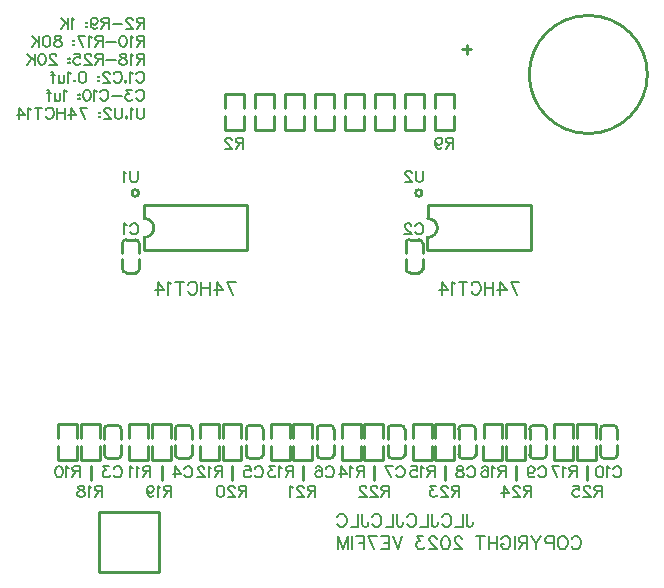
<source format=gbo>
G04 Layer: BottomSilkscreenLayer*
G04 Panelize: Stamp Hole, Column: 2, Row: 2, Board Size: 58.42mm x 58.42mm, Panelized Board Size: 120.84mm x 120.84mm*
G04 EasyEDA v6.5.34, 2023-08-03 19:46:35*
G04 af00140a598446819584b723e16838dc,5a6b42c53f6a479593ecc07194224c93,10*
G04 Gerber Generator version 0.2*
G04 Scale: 100 percent, Rotated: No, Reflected: No *
G04 Dimensions in millimeters *
G04 leading zeros omitted , absolute positions ,4 integer and 5 decimal *
%FSLAX45Y45*%
%MOMM*%

%ADD10C,0.1524*%
%ADD11C,0.1520*%
%ADD12C,0.2540*%

%LPD*%
D10*
X1971972Y2589596D02*
G01*
X2023925Y2480492D01*
X2044707Y2589596D02*
G01*
X1971972Y2589596D01*
X1885726Y2589596D02*
G01*
X1937682Y2516860D01*
X1859749Y2516860D01*
X1885726Y2589596D02*
G01*
X1885726Y2480492D01*
X1825459Y2589596D02*
G01*
X1825459Y2480492D01*
X1752721Y2589596D02*
G01*
X1752721Y2480492D01*
X1825459Y2537642D02*
G01*
X1752721Y2537642D01*
X1640502Y2563619D02*
G01*
X1645696Y2574010D01*
X1656087Y2584401D01*
X1666478Y2589596D01*
X1687261Y2589596D01*
X1697652Y2584401D01*
X1708043Y2574010D01*
X1713237Y2563619D01*
X1718431Y2548031D01*
X1718431Y2522054D01*
X1713237Y2506469D01*
X1708043Y2496078D01*
X1697652Y2485687D01*
X1687261Y2480492D01*
X1666478Y2480492D01*
X1656087Y2485687D01*
X1645696Y2496078D01*
X1640502Y2506469D01*
X1569841Y2589596D02*
G01*
X1569841Y2480492D01*
X1606212Y2589596D02*
G01*
X1533474Y2589596D01*
X1499184Y2568813D02*
G01*
X1488793Y2574010D01*
X1473207Y2589596D01*
X1473207Y2480492D01*
X1386961Y2589596D02*
G01*
X1438917Y2516860D01*
X1360985Y2516860D01*
X1386961Y2589596D02*
G01*
X1386961Y2480492D01*
X4371967Y2589596D02*
G01*
X4423920Y2480492D01*
X4444702Y2589596D02*
G01*
X4371967Y2589596D01*
X4285721Y2589596D02*
G01*
X4337677Y2516860D01*
X4259745Y2516860D01*
X4285721Y2589596D02*
G01*
X4285721Y2480492D01*
X4225455Y2589596D02*
G01*
X4225455Y2480492D01*
X4152717Y2589596D02*
G01*
X4152717Y2480492D01*
X4225455Y2537642D02*
G01*
X4152717Y2537642D01*
X4040497Y2563619D02*
G01*
X4045691Y2574010D01*
X4056082Y2584401D01*
X4066473Y2589596D01*
X4087256Y2589596D01*
X4097647Y2584401D01*
X4108038Y2574010D01*
X4113232Y2563619D01*
X4118427Y2548031D01*
X4118427Y2522054D01*
X4113232Y2506469D01*
X4108038Y2496078D01*
X4097647Y2485687D01*
X4087256Y2480492D01*
X4066473Y2480492D01*
X4056082Y2485687D01*
X4045691Y2496078D01*
X4040497Y2506469D01*
X3969837Y2589596D02*
G01*
X3969837Y2480492D01*
X4006207Y2589596D02*
G01*
X3933469Y2589596D01*
X3899179Y2568813D02*
G01*
X3888788Y2574010D01*
X3873202Y2589596D01*
X3873202Y2480492D01*
X3786957Y2589596D02*
G01*
X3838912Y2516860D01*
X3760980Y2516860D01*
X3786957Y2589596D02*
G01*
X3786957Y2480492D01*
D11*
X3999336Y623338D02*
G01*
X3999336Y540212D01*
X4004533Y524624D01*
X4009727Y519429D01*
X4020118Y514235D01*
X4030510Y514235D01*
X4040901Y519429D01*
X4046098Y524624D01*
X4051292Y540212D01*
X4051292Y550603D01*
X3965046Y623338D02*
G01*
X3965046Y514235D01*
X3965046Y514235D02*
G01*
X3902702Y514235D01*
X3790480Y597362D02*
G01*
X3795676Y607753D01*
X3806068Y618144D01*
X3816456Y623338D01*
X3837238Y623338D01*
X3847630Y618144D01*
X3858021Y607753D01*
X3863218Y597362D01*
X3868412Y581774D01*
X3868412Y555797D01*
X3863218Y540212D01*
X3858021Y529821D01*
X3847630Y519429D01*
X3837238Y514235D01*
X3816456Y514235D01*
X3806068Y519429D01*
X3795676Y529821D01*
X3790480Y540212D01*
X3704236Y623338D02*
G01*
X3704236Y540212D01*
X3709431Y524624D01*
X3714628Y519429D01*
X3725016Y514235D01*
X3735407Y514235D01*
X3745798Y519429D01*
X3750995Y524624D01*
X3756190Y540212D01*
X3756190Y550603D01*
X3669946Y623338D02*
G01*
X3669946Y514235D01*
X3669946Y514235D02*
G01*
X3607600Y514235D01*
X3495377Y597362D02*
G01*
X3500574Y607753D01*
X3510965Y618144D01*
X3521356Y623338D01*
X3542136Y623338D01*
X3552527Y618144D01*
X3562918Y607753D01*
X3568115Y597362D01*
X3573310Y581774D01*
X3573310Y555797D01*
X3568115Y540212D01*
X3562918Y529821D01*
X3552527Y519429D01*
X3542136Y514235D01*
X3521356Y514235D01*
X3510965Y519429D01*
X3500574Y529821D01*
X3495377Y540212D01*
X3409134Y623338D02*
G01*
X3409134Y540212D01*
X3414328Y524624D01*
X3419525Y519429D01*
X3429916Y514235D01*
X3440308Y514235D01*
X3450696Y519429D01*
X3455893Y524624D01*
X3461087Y540212D01*
X3461087Y550603D01*
X3374844Y623338D02*
G01*
X3374844Y514235D01*
X3374844Y514235D02*
G01*
X3312497Y514235D01*
X3200278Y597362D02*
G01*
X3205472Y607753D01*
X3215863Y618144D01*
X3226254Y623338D01*
X3247036Y623338D01*
X3257428Y618144D01*
X3267816Y607753D01*
X3273013Y597362D01*
X3278207Y581774D01*
X3278207Y555797D01*
X3273013Y540212D01*
X3267816Y529821D01*
X3257428Y519429D01*
X3247036Y514235D01*
X3226254Y514235D01*
X3215863Y519429D01*
X3205472Y529821D01*
X3200278Y540212D01*
X3114032Y623338D02*
G01*
X3114032Y540212D01*
X3119226Y524624D01*
X3124423Y519429D01*
X3134814Y514235D01*
X3145205Y514235D01*
X3155596Y519429D01*
X3160791Y524624D01*
X3165988Y540212D01*
X3165988Y550603D01*
X3079742Y623338D02*
G01*
X3079742Y514235D01*
X3079742Y514235D02*
G01*
X3017398Y514235D01*
X2905175Y597362D02*
G01*
X2910370Y607753D01*
X2920761Y618144D01*
X2931152Y623338D01*
X2951934Y623338D01*
X2962325Y618144D01*
X2972716Y607753D01*
X2977911Y597362D01*
X2983108Y581774D01*
X2983108Y555797D01*
X2977911Y540212D01*
X2972716Y529821D01*
X2962325Y519429D01*
X2951934Y514235D01*
X2931152Y514235D01*
X2920761Y519429D01*
X2910370Y529821D01*
X2905175Y540212D01*
D10*
X4887757Y406862D02*
G01*
X4892954Y417253D01*
X4903345Y427644D01*
X4913734Y432838D01*
X4934516Y432838D01*
X4944907Y427644D01*
X4955298Y417253D01*
X4960495Y406862D01*
X4965689Y391274D01*
X4965689Y365297D01*
X4960495Y349712D01*
X4955298Y339321D01*
X4944907Y328929D01*
X4934516Y323735D01*
X4913734Y323735D01*
X4903345Y328929D01*
X4892954Y339321D01*
X4887757Y349712D01*
X4822294Y432838D02*
G01*
X4832685Y427644D01*
X4843076Y417253D01*
X4848273Y406862D01*
X4853467Y391274D01*
X4853467Y365297D01*
X4848273Y349712D01*
X4843076Y339321D01*
X4832685Y328929D01*
X4822294Y323735D01*
X4801514Y323735D01*
X4791123Y328929D01*
X4780732Y339321D01*
X4775535Y349712D01*
X4770340Y365297D01*
X4770340Y391274D01*
X4775535Y406862D01*
X4780732Y417253D01*
X4791123Y427644D01*
X4801514Y432838D01*
X4822294Y432838D01*
X4736050Y432838D02*
G01*
X4736050Y323735D01*
X4736050Y432838D02*
G01*
X4689292Y432838D01*
X4673704Y427644D01*
X4668509Y422447D01*
X4663315Y412056D01*
X4663315Y396471D01*
X4668509Y386079D01*
X4673704Y380885D01*
X4689292Y375688D01*
X4736050Y375688D01*
X4629025Y432838D02*
G01*
X4587460Y380885D01*
X4587460Y323735D01*
X4545896Y432838D02*
G01*
X4587460Y380885D01*
X4511606Y432838D02*
G01*
X4511606Y323735D01*
X4511606Y432838D02*
G01*
X4464847Y432838D01*
X4449262Y427644D01*
X4444065Y422447D01*
X4438870Y412056D01*
X4438870Y401665D01*
X4444065Y391274D01*
X4449262Y386079D01*
X4464847Y380885D01*
X4511606Y380885D01*
X4475238Y380885D02*
G01*
X4438870Y323735D01*
X4404580Y432838D02*
G01*
X4404580Y323735D01*
X4292358Y406862D02*
G01*
X4297555Y417253D01*
X4307944Y427644D01*
X4318335Y432838D01*
X4339117Y432838D01*
X4349508Y427644D01*
X4359899Y417253D01*
X4365094Y406862D01*
X4370290Y391274D01*
X4370290Y365297D01*
X4365094Y349712D01*
X4359899Y339321D01*
X4349508Y328929D01*
X4339117Y323735D01*
X4318335Y323735D01*
X4307944Y328929D01*
X4297555Y339321D01*
X4292358Y349712D01*
X4292358Y365297D01*
X4318335Y365297D02*
G01*
X4292358Y365297D01*
X4258068Y432838D02*
G01*
X4258068Y323735D01*
X4185333Y432838D02*
G01*
X4185333Y323735D01*
X4258068Y380885D02*
G01*
X4185333Y380885D01*
X4114675Y432838D02*
G01*
X4114675Y323735D01*
X4151043Y432838D02*
G01*
X4078305Y432838D01*
X3958810Y406862D02*
G01*
X3958810Y412056D01*
X3953614Y422447D01*
X3948419Y427644D01*
X3938028Y432838D01*
X3917246Y432838D01*
X3906855Y427644D01*
X3901660Y422447D01*
X3896464Y412056D01*
X3896464Y401665D01*
X3901660Y391274D01*
X3912052Y375688D01*
X3964005Y323735D01*
X3891269Y323735D01*
X3825806Y432838D02*
G01*
X3841394Y427644D01*
X3851785Y412056D01*
X3856979Y386079D01*
X3856979Y370494D01*
X3851785Y344515D01*
X3841394Y328929D01*
X3825806Y323735D01*
X3815415Y323735D01*
X3799829Y328929D01*
X3789438Y344515D01*
X3784244Y370494D01*
X3784244Y386079D01*
X3789438Y412056D01*
X3799829Y427644D01*
X3815415Y432838D01*
X3825806Y432838D01*
X3744757Y406862D02*
G01*
X3744757Y412056D01*
X3739563Y422447D01*
X3734366Y427644D01*
X3723975Y432838D01*
X3703195Y432838D01*
X3692804Y427644D01*
X3687607Y422447D01*
X3682413Y412056D01*
X3682413Y401665D01*
X3687607Y391274D01*
X3697998Y375688D01*
X3749954Y323735D01*
X3677216Y323735D01*
X3632535Y432838D02*
G01*
X3575385Y432838D01*
X3606558Y391274D01*
X3590973Y391274D01*
X3580582Y386079D01*
X3575385Y380885D01*
X3570190Y365297D01*
X3570190Y354906D01*
X3575385Y339321D01*
X3585776Y328929D01*
X3601364Y323735D01*
X3616949Y323735D01*
X3632535Y328929D01*
X3637732Y334124D01*
X3642926Y344515D01*
X3455890Y432838D02*
G01*
X3414326Y323735D01*
X3372764Y432838D02*
G01*
X3414326Y323735D01*
X3338474Y432838D02*
G01*
X3338474Y323735D01*
X3338474Y432838D02*
G01*
X3270933Y432838D01*
X3338474Y380885D02*
G01*
X3296909Y380885D01*
X3338474Y323735D02*
G01*
X3270933Y323735D01*
X3163905Y432838D02*
G01*
X3215860Y323735D01*
X3236643Y432838D02*
G01*
X3163905Y432838D01*
X3129615Y432838D02*
G01*
X3129615Y323735D01*
X3129615Y432838D02*
G01*
X3062074Y432838D01*
X3129615Y380885D02*
G01*
X3088053Y380885D01*
X3027784Y432838D02*
G01*
X3027784Y323735D01*
X2993494Y432838D02*
G01*
X2993494Y323735D01*
X2993494Y432838D02*
G01*
X2951932Y323735D01*
X2910367Y432838D02*
G01*
X2951932Y323735D01*
X2910367Y432838D02*
G01*
X2910367Y323735D01*
X1201808Y4192973D02*
G01*
X1206352Y4202064D01*
X1215443Y4211154D01*
X1224536Y4215701D01*
X1242717Y4215701D01*
X1251808Y4211154D01*
X1260899Y4202064D01*
X1265443Y4192973D01*
X1269989Y4179338D01*
X1269989Y4156610D01*
X1265443Y4142973D01*
X1260899Y4133883D01*
X1251808Y4124792D01*
X1242717Y4120245D01*
X1224536Y4120245D01*
X1215443Y4124792D01*
X1206352Y4133883D01*
X1201808Y4142973D01*
X1162718Y4215701D02*
G01*
X1112718Y4215701D01*
X1139990Y4179338D01*
X1126352Y4179338D01*
X1117262Y4174792D01*
X1112718Y4170245D01*
X1108171Y4156610D01*
X1108171Y4147520D01*
X1112718Y4133883D01*
X1121808Y4124792D01*
X1135443Y4120245D01*
X1149080Y4120245D01*
X1162718Y4124792D01*
X1167262Y4129338D01*
X1171808Y4138429D01*
X1078171Y4161154D02*
G01*
X996353Y4161154D01*
X898171Y4192973D02*
G01*
X902718Y4202064D01*
X911809Y4211154D01*
X920899Y4215701D01*
X939081Y4215701D01*
X948171Y4211154D01*
X957262Y4202064D01*
X961809Y4192973D01*
X966353Y4179338D01*
X966353Y4156610D01*
X961809Y4142973D01*
X957262Y4133883D01*
X948171Y4124792D01*
X939081Y4120245D01*
X920899Y4120245D01*
X911809Y4124792D01*
X902718Y4133883D01*
X898171Y4142973D01*
X868171Y4197520D02*
G01*
X859081Y4202064D01*
X845444Y4215701D01*
X845444Y4120245D01*
X788172Y4215701D02*
G01*
X801809Y4211154D01*
X810900Y4197520D01*
X815444Y4174792D01*
X815444Y4161154D01*
X810900Y4138429D01*
X801809Y4124792D01*
X788172Y4120245D01*
X779081Y4120245D01*
X765444Y4124792D01*
X756353Y4138429D01*
X751809Y4161154D01*
X751809Y4174792D01*
X756353Y4197520D01*
X765444Y4211154D01*
X779081Y4215701D01*
X788172Y4215701D01*
X717262Y4174792D02*
G01*
X721809Y4170245D01*
X717262Y4165701D01*
X712718Y4170245D01*
X717262Y4174792D01*
X717262Y4142973D02*
G01*
X721809Y4138429D01*
X717262Y4133883D01*
X712718Y4138429D01*
X717262Y4142973D01*
X612719Y4197520D02*
G01*
X603628Y4202064D01*
X589991Y4215701D01*
X589991Y4120245D01*
X559991Y4183882D02*
G01*
X559991Y4138429D01*
X555444Y4124792D01*
X546354Y4120245D01*
X532719Y4120245D01*
X523628Y4124792D01*
X509991Y4138429D01*
X509991Y4183882D02*
G01*
X509991Y4120245D01*
X443628Y4215701D02*
G01*
X452719Y4215701D01*
X461810Y4211154D01*
X466354Y4197520D01*
X466354Y4120245D01*
X479991Y4183882D02*
G01*
X448172Y4183882D01*
X1201816Y4345373D02*
G01*
X1206360Y4354464D01*
X1215450Y4363554D01*
X1224544Y4368101D01*
X1242725Y4368101D01*
X1251816Y4363554D01*
X1260906Y4354464D01*
X1265450Y4345373D01*
X1269997Y4331738D01*
X1269997Y4309010D01*
X1265450Y4295373D01*
X1260906Y4286283D01*
X1251816Y4277192D01*
X1242725Y4272645D01*
X1224544Y4272645D01*
X1215450Y4277192D01*
X1206360Y4286283D01*
X1201816Y4295373D01*
X1171816Y4349920D02*
G01*
X1162725Y4354464D01*
X1149088Y4368101D01*
X1149088Y4272645D01*
X1109997Y4290829D02*
G01*
X1114544Y4286283D01*
X1119088Y4290829D01*
X1114544Y4295373D01*
X1109997Y4290829D01*
X1109997Y4281738D01*
X1119088Y4272645D01*
X1011816Y4345373D02*
G01*
X1016360Y4354464D01*
X1025451Y4363554D01*
X1034544Y4368101D01*
X1052725Y4368101D01*
X1061816Y4363554D01*
X1070907Y4354464D01*
X1075451Y4345373D01*
X1079997Y4331738D01*
X1079997Y4309010D01*
X1075451Y4295373D01*
X1070907Y4286283D01*
X1061816Y4277192D01*
X1052725Y4272645D01*
X1034544Y4272645D01*
X1025451Y4277192D01*
X1016360Y4286283D01*
X1011816Y4295373D01*
X977270Y4345373D02*
G01*
X977270Y4349920D01*
X972726Y4359010D01*
X968179Y4363554D01*
X959088Y4368101D01*
X940907Y4368101D01*
X931816Y4363554D01*
X927270Y4359010D01*
X922726Y4349920D01*
X922726Y4340829D01*
X927270Y4331738D01*
X936360Y4318101D01*
X981816Y4272645D01*
X918179Y4272645D01*
X883635Y4327192D02*
G01*
X888179Y4322645D01*
X883635Y4318101D01*
X879088Y4322645D01*
X883635Y4327192D01*
X883635Y4295373D02*
G01*
X888179Y4290829D01*
X883635Y4286283D01*
X879088Y4290829D01*
X883635Y4295373D01*
X751817Y4368101D02*
G01*
X765451Y4363554D01*
X774545Y4349920D01*
X779089Y4327192D01*
X779089Y4313554D01*
X774545Y4290829D01*
X765451Y4277192D01*
X751817Y4272645D01*
X742726Y4272645D01*
X729089Y4277192D01*
X719998Y4290829D01*
X715451Y4313554D01*
X715451Y4327192D01*
X719998Y4349920D01*
X729089Y4363554D01*
X742726Y4368101D01*
X751817Y4368101D01*
X680907Y4295373D02*
G01*
X685452Y4290829D01*
X680907Y4286283D01*
X676361Y4290829D01*
X680907Y4295373D01*
X646361Y4349920D02*
G01*
X637270Y4354464D01*
X623636Y4368101D01*
X623636Y4272645D01*
X593636Y4336282D02*
G01*
X593636Y4290829D01*
X589089Y4277192D01*
X579998Y4272645D01*
X566361Y4272645D01*
X557270Y4277192D01*
X543636Y4290829D01*
X543636Y4336282D02*
G01*
X543636Y4272645D01*
X477271Y4368101D02*
G01*
X486361Y4368101D01*
X495452Y4363554D01*
X499998Y4349920D01*
X499998Y4272645D01*
X513636Y4336282D02*
G01*
X481817Y4336282D01*
X1269969Y4825296D02*
G01*
X1269969Y4729840D01*
X1269969Y4825296D02*
G01*
X1229060Y4825296D01*
X1215423Y4820749D01*
X1210878Y4816205D01*
X1206332Y4807115D01*
X1206332Y4798024D01*
X1210878Y4788933D01*
X1215423Y4784387D01*
X1229060Y4779840D01*
X1269969Y4779840D01*
X1238150Y4779840D02*
G01*
X1206332Y4729840D01*
X1171788Y4802568D02*
G01*
X1171788Y4807115D01*
X1167241Y4816205D01*
X1162697Y4820749D01*
X1153607Y4825296D01*
X1135423Y4825296D01*
X1126332Y4820749D01*
X1121788Y4816205D01*
X1117241Y4807115D01*
X1117241Y4798024D01*
X1121788Y4788933D01*
X1130879Y4775296D01*
X1176332Y4729840D01*
X1112697Y4729840D01*
X1082697Y4770749D02*
G01*
X1000879Y4770749D01*
X970879Y4825296D02*
G01*
X970879Y4729840D01*
X970879Y4825296D02*
G01*
X929970Y4825296D01*
X916332Y4820749D01*
X911788Y4816205D01*
X907242Y4807115D01*
X907242Y4798024D01*
X911788Y4788933D01*
X916332Y4784387D01*
X929970Y4779840D01*
X970879Y4779840D01*
X939060Y4779840D02*
G01*
X907242Y4729840D01*
X818151Y4793477D02*
G01*
X822698Y4779840D01*
X831789Y4770749D01*
X845423Y4766205D01*
X849970Y4766205D01*
X863607Y4770749D01*
X872698Y4779840D01*
X877242Y4793477D01*
X877242Y4798024D01*
X872698Y4811659D01*
X863607Y4820749D01*
X849970Y4825296D01*
X845423Y4825296D01*
X831789Y4820749D01*
X822698Y4811659D01*
X818151Y4793477D01*
X818151Y4770749D01*
X822698Y4748024D01*
X831789Y4734387D01*
X845423Y4729840D01*
X854516Y4729840D01*
X868151Y4734387D01*
X872698Y4743477D01*
X783607Y4784387D02*
G01*
X788151Y4779840D01*
X783607Y4775296D01*
X779061Y4779840D01*
X783607Y4784387D01*
X783607Y4752568D02*
G01*
X788151Y4748024D01*
X783607Y4743477D01*
X779061Y4748024D01*
X783607Y4752568D01*
X679061Y4807115D02*
G01*
X669970Y4811659D01*
X656333Y4825296D01*
X656333Y4729840D01*
X626333Y4825296D02*
G01*
X626333Y4729840D01*
X562698Y4825296D02*
G01*
X626333Y4761659D01*
X603608Y4784387D02*
G01*
X562698Y4729840D01*
X1269974Y4672896D02*
G01*
X1269974Y4577440D01*
X1269974Y4672896D02*
G01*
X1229065Y4672896D01*
X1215428Y4668349D01*
X1210884Y4663805D01*
X1206337Y4654715D01*
X1206337Y4645624D01*
X1210884Y4636533D01*
X1215428Y4631987D01*
X1229065Y4627440D01*
X1269974Y4627440D01*
X1238156Y4627440D02*
G01*
X1206337Y4577440D01*
X1176337Y4654715D02*
G01*
X1167246Y4659259D01*
X1153612Y4672896D01*
X1153612Y4577440D01*
X1096337Y4672896D02*
G01*
X1109974Y4668349D01*
X1119065Y4654715D01*
X1123612Y4631987D01*
X1123612Y4618349D01*
X1119065Y4595624D01*
X1109974Y4581987D01*
X1096337Y4577440D01*
X1087246Y4577440D01*
X1073612Y4581987D01*
X1064521Y4595624D01*
X1059975Y4618349D01*
X1059975Y4631987D01*
X1064521Y4654715D01*
X1073612Y4668349D01*
X1087246Y4672896D01*
X1096337Y4672896D01*
X1029975Y4618349D02*
G01*
X948156Y4618349D01*
X918156Y4672896D02*
G01*
X918156Y4577440D01*
X918156Y4672896D02*
G01*
X877247Y4672896D01*
X863612Y4668349D01*
X859066Y4663805D01*
X854522Y4654715D01*
X854522Y4645624D01*
X859066Y4636533D01*
X863612Y4631987D01*
X877247Y4627440D01*
X918156Y4627440D01*
X886338Y4627440D02*
G01*
X854522Y4577440D01*
X824522Y4654715D02*
G01*
X815428Y4659259D01*
X801794Y4672896D01*
X801794Y4577440D01*
X708157Y4672896D02*
G01*
X753612Y4577440D01*
X771794Y4672896D02*
G01*
X708157Y4672896D01*
X673613Y4631987D02*
G01*
X678157Y4627440D01*
X673613Y4622896D01*
X669066Y4627440D01*
X673613Y4631987D01*
X673613Y4600168D02*
G01*
X678157Y4595624D01*
X673613Y4591077D01*
X669066Y4595624D01*
X673613Y4600168D01*
X546338Y4672896D02*
G01*
X559976Y4668349D01*
X564522Y4659259D01*
X564522Y4650168D01*
X559976Y4641077D01*
X550885Y4636533D01*
X532704Y4631987D01*
X519066Y4627440D01*
X509976Y4618349D01*
X505429Y4609259D01*
X505429Y4595624D01*
X509976Y4586533D01*
X514522Y4581987D01*
X528157Y4577440D01*
X546338Y4577440D01*
X559976Y4581987D01*
X564522Y4586533D01*
X569066Y4595624D01*
X569066Y4609259D01*
X564522Y4618349D01*
X555429Y4627440D01*
X541794Y4631987D01*
X523613Y4636533D01*
X514522Y4641077D01*
X509976Y4650168D01*
X509976Y4659259D01*
X514522Y4668349D01*
X528157Y4672896D01*
X546338Y4672896D01*
X448157Y4672896D02*
G01*
X461794Y4668349D01*
X470885Y4654715D01*
X475429Y4631987D01*
X475429Y4618349D01*
X470885Y4595624D01*
X461794Y4581987D01*
X448157Y4577440D01*
X439066Y4577440D01*
X425429Y4581987D01*
X416339Y4595624D01*
X411794Y4618349D01*
X411794Y4631987D01*
X416339Y4654715D01*
X425429Y4668349D01*
X439066Y4672896D01*
X448157Y4672896D01*
X381795Y4672896D02*
G01*
X381795Y4577440D01*
X318157Y4672896D02*
G01*
X381795Y4609259D01*
X359067Y4631987D02*
G01*
X318157Y4577440D01*
X1270002Y4520501D02*
G01*
X1270002Y4425045D01*
X1270002Y4520501D02*
G01*
X1229093Y4520501D01*
X1215456Y4515954D01*
X1210911Y4511410D01*
X1206365Y4502320D01*
X1206365Y4493229D01*
X1210911Y4484138D01*
X1215456Y4479592D01*
X1229093Y4475045D01*
X1270002Y4475045D01*
X1238183Y4475045D02*
G01*
X1206365Y4425045D01*
X1176365Y4502320D02*
G01*
X1167274Y4506864D01*
X1153640Y4520501D01*
X1153640Y4425045D01*
X1100912Y4520501D02*
G01*
X1114549Y4515954D01*
X1119093Y4506864D01*
X1119093Y4497773D01*
X1114549Y4488682D01*
X1105456Y4484138D01*
X1087274Y4479592D01*
X1073640Y4475045D01*
X1064549Y4465954D01*
X1060002Y4456864D01*
X1060002Y4443229D01*
X1064549Y4434138D01*
X1069093Y4429592D01*
X1082730Y4425045D01*
X1100912Y4425045D01*
X1114549Y4429592D01*
X1119093Y4434138D01*
X1123640Y4443229D01*
X1123640Y4456864D01*
X1119093Y4465954D01*
X1110002Y4475045D01*
X1096365Y4479592D01*
X1078184Y4484138D01*
X1069093Y4488682D01*
X1064549Y4497773D01*
X1064549Y4506864D01*
X1069093Y4515954D01*
X1082730Y4520501D01*
X1100912Y4520501D01*
X1030003Y4465954D02*
G01*
X948184Y4465954D01*
X918184Y4520501D02*
G01*
X918184Y4425045D01*
X918184Y4520501D02*
G01*
X877275Y4520501D01*
X863640Y4515954D01*
X859094Y4511410D01*
X854549Y4502320D01*
X854549Y4493229D01*
X859094Y4484138D01*
X863640Y4479592D01*
X877275Y4475045D01*
X918184Y4475045D01*
X886366Y4475045D02*
G01*
X854549Y4425045D01*
X820003Y4497773D02*
G01*
X820003Y4502320D01*
X815456Y4511410D01*
X810912Y4515954D01*
X801822Y4520501D01*
X783640Y4520501D01*
X774550Y4515954D01*
X770003Y4511410D01*
X765456Y4502320D01*
X765456Y4493229D01*
X770003Y4484138D01*
X779094Y4470501D01*
X824550Y4425045D01*
X760912Y4425045D01*
X676366Y4520501D02*
G01*
X721822Y4520501D01*
X726366Y4479592D01*
X721822Y4484138D01*
X708185Y4488682D01*
X694550Y4488682D01*
X680913Y4484138D01*
X671822Y4475045D01*
X667275Y4461410D01*
X667275Y4452320D01*
X671822Y4438683D01*
X680913Y4429592D01*
X694550Y4425045D01*
X708185Y4425045D01*
X721822Y4429592D01*
X726366Y4434138D01*
X730912Y4443229D01*
X632731Y4479592D02*
G01*
X637275Y4475045D01*
X632731Y4470501D01*
X628185Y4475045D01*
X632731Y4479592D01*
X632731Y4447773D02*
G01*
X637275Y4443229D01*
X632731Y4438683D01*
X628185Y4443229D01*
X632731Y4447773D01*
X523641Y4497773D02*
G01*
X523641Y4502320D01*
X519094Y4511410D01*
X514550Y4515954D01*
X505457Y4520501D01*
X487276Y4520501D01*
X478185Y4515954D01*
X473641Y4511410D01*
X469094Y4502320D01*
X469094Y4493229D01*
X473641Y4484138D01*
X482732Y4470501D01*
X528185Y4425045D01*
X464550Y4425045D01*
X407276Y4520501D02*
G01*
X420913Y4515954D01*
X430004Y4502320D01*
X434550Y4479592D01*
X434550Y4465954D01*
X430004Y4443229D01*
X420913Y4429592D01*
X407276Y4425045D01*
X398185Y4425045D01*
X384550Y4429592D01*
X375457Y4443229D01*
X370913Y4465954D01*
X370913Y4479592D01*
X375457Y4502320D01*
X384550Y4515954D01*
X398185Y4520501D01*
X407276Y4520501D01*
X340913Y4520501D02*
G01*
X340913Y4425045D01*
X277276Y4520501D02*
G01*
X340913Y4456864D01*
X318185Y4479592D02*
G01*
X277276Y4425045D01*
X1269997Y4063301D02*
G01*
X1269997Y3995120D01*
X1265450Y3981483D01*
X1256360Y3972392D01*
X1242725Y3967845D01*
X1233634Y3967845D01*
X1219997Y3972392D01*
X1210906Y3981483D01*
X1206360Y3995120D01*
X1206360Y4063301D01*
X1176360Y4045120D02*
G01*
X1167269Y4049664D01*
X1153634Y4063301D01*
X1153634Y3967845D01*
X1114544Y3986029D02*
G01*
X1119088Y3981483D01*
X1123635Y3986029D01*
X1119088Y3990573D01*
X1114544Y3986029D01*
X1114544Y3976938D01*
X1123635Y3967845D01*
X1084544Y4063301D02*
G01*
X1084544Y3995120D01*
X1079997Y3981483D01*
X1070907Y3972392D01*
X1057269Y3967845D01*
X1048179Y3967845D01*
X1034544Y3972392D01*
X1025451Y3981483D01*
X1020907Y3995120D01*
X1020907Y4063301D01*
X986360Y4040573D02*
G01*
X986360Y4045120D01*
X981816Y4054210D01*
X977270Y4058754D01*
X968179Y4063301D01*
X949998Y4063301D01*
X940907Y4058754D01*
X936360Y4054210D01*
X931816Y4045120D01*
X931816Y4036029D01*
X936360Y4026938D01*
X945451Y4013301D01*
X990907Y3967845D01*
X927270Y3967845D01*
X892726Y4022392D02*
G01*
X897270Y4017845D01*
X892726Y4013301D01*
X888179Y4017845D01*
X892726Y4022392D01*
X892726Y3990573D02*
G01*
X897270Y3986029D01*
X892726Y3981483D01*
X888179Y3986029D01*
X892726Y3990573D01*
X724545Y4063301D02*
G01*
X769998Y3967845D01*
X788179Y4063301D02*
G01*
X724545Y4063301D01*
X649089Y4063301D02*
G01*
X694545Y3999664D01*
X626361Y3999664D01*
X649089Y4063301D02*
G01*
X649089Y3967845D01*
X596361Y4063301D02*
G01*
X596361Y3967845D01*
X532726Y4063301D02*
G01*
X532726Y3967845D01*
X596361Y4017845D02*
G01*
X532726Y4017845D01*
X434545Y4040573D02*
G01*
X439089Y4049664D01*
X448180Y4058754D01*
X457271Y4063301D01*
X475452Y4063301D01*
X484545Y4058754D01*
X493636Y4049664D01*
X498180Y4040573D01*
X502726Y4026938D01*
X502726Y4004210D01*
X498180Y3990573D01*
X493636Y3981483D01*
X484545Y3972392D01*
X475452Y3967845D01*
X457271Y3967845D01*
X448180Y3972392D01*
X439089Y3981483D01*
X434545Y3990573D01*
X372727Y4063301D02*
G01*
X372727Y3967845D01*
X404545Y4063301D02*
G01*
X340908Y4063301D01*
X310908Y4045120D02*
G01*
X301818Y4049664D01*
X288180Y4063301D01*
X288180Y3967845D01*
X212727Y4063301D02*
G01*
X258180Y3999664D01*
X189999Y3999664D01*
X212727Y4063301D02*
G01*
X212727Y3967845D01*
X3632192Y3529901D02*
G01*
X3632192Y3461720D01*
X3627645Y3448083D01*
X3618555Y3438992D01*
X3604920Y3434445D01*
X3595829Y3434445D01*
X3582192Y3438992D01*
X3573101Y3448083D01*
X3568555Y3461720D01*
X3568555Y3529901D01*
X3534011Y3507173D02*
G01*
X3534011Y3511720D01*
X3529464Y3520810D01*
X3524920Y3525354D01*
X3515829Y3529901D01*
X3497646Y3529901D01*
X3488555Y3525354D01*
X3484011Y3520810D01*
X3479464Y3511720D01*
X3479464Y3502629D01*
X3484011Y3493538D01*
X3493101Y3479901D01*
X3538555Y3434445D01*
X3474920Y3434445D01*
X1212557Y3525210D02*
G01*
X1212557Y3457028D01*
X1208011Y3443391D01*
X1198920Y3434300D01*
X1185285Y3429754D01*
X1176195Y3429754D01*
X1162557Y3434300D01*
X1153467Y3443391D01*
X1148920Y3457028D01*
X1148920Y3525210D01*
X1118920Y3507028D02*
G01*
X1109830Y3511572D01*
X1096195Y3525210D01*
X1096195Y3429754D01*
X1498597Y862906D02*
G01*
X1498597Y767450D01*
X1498597Y862906D02*
G01*
X1457688Y862906D01*
X1444050Y858359D01*
X1439506Y853815D01*
X1434960Y844725D01*
X1434960Y835634D01*
X1439506Y826543D01*
X1444050Y821997D01*
X1457688Y817450D01*
X1498597Y817450D01*
X1466778Y817450D02*
G01*
X1434960Y767450D01*
X1404960Y844725D02*
G01*
X1395869Y849269D01*
X1382234Y862906D01*
X1382234Y767450D01*
X1293144Y831087D02*
G01*
X1297688Y817450D01*
X1306779Y808360D01*
X1320416Y803816D01*
X1324960Y803816D01*
X1338597Y808360D01*
X1347688Y817450D01*
X1352235Y831087D01*
X1352235Y835634D01*
X1347688Y849269D01*
X1338597Y858359D01*
X1324960Y862906D01*
X1320416Y862906D01*
X1306779Y858359D01*
X1297688Y849269D01*
X1293144Y831087D01*
X1293144Y808360D01*
X1297688Y785634D01*
X1306779Y771997D01*
X1320416Y767450D01*
X1329507Y767450D01*
X1343144Y771997D01*
X1347688Y781088D01*
X1320797Y1028006D02*
G01*
X1320797Y932550D01*
X1320797Y1028006D02*
G01*
X1279888Y1028006D01*
X1266250Y1023459D01*
X1261706Y1018915D01*
X1257160Y1009825D01*
X1257160Y1000734D01*
X1261706Y991643D01*
X1266250Y987097D01*
X1279888Y982550D01*
X1320797Y982550D01*
X1288978Y982550D02*
G01*
X1257160Y932550D01*
X1227160Y1009825D02*
G01*
X1218069Y1014369D01*
X1204434Y1028006D01*
X1204434Y932550D01*
X1174435Y1009825D02*
G01*
X1165344Y1014369D01*
X1151707Y1028006D01*
X1151707Y932550D01*
X1608216Y1005278D02*
G01*
X1612760Y1014369D01*
X1621850Y1023459D01*
X1630944Y1028006D01*
X1649125Y1028006D01*
X1658216Y1023459D01*
X1667306Y1014369D01*
X1671850Y1005278D01*
X1676397Y991643D01*
X1676397Y968916D01*
X1671850Y955278D01*
X1667306Y946188D01*
X1658216Y937097D01*
X1649125Y932550D01*
X1630944Y932550D01*
X1621850Y937097D01*
X1612760Y946188D01*
X1608216Y955278D01*
X1532760Y1028006D02*
G01*
X1578216Y964369D01*
X1510035Y964369D01*
X1532760Y1028006D02*
G01*
X1532760Y932550D01*
X2205113Y1005278D02*
G01*
X2209657Y1014369D01*
X2218748Y1023459D01*
X2227841Y1028006D01*
X2246022Y1028006D01*
X2255113Y1023459D01*
X2264204Y1014369D01*
X2268748Y1005278D01*
X2273294Y991643D01*
X2273294Y968916D01*
X2268748Y955278D01*
X2264204Y946188D01*
X2255113Y937097D01*
X2246022Y932550D01*
X2227841Y932550D01*
X2218748Y937097D01*
X2209657Y946188D01*
X2205113Y955278D01*
X2120567Y1028006D02*
G01*
X2166023Y1028006D01*
X2170567Y987097D01*
X2166023Y991643D01*
X2152385Y996187D01*
X2138748Y996187D01*
X2125113Y991643D01*
X2116023Y982550D01*
X2111476Y968916D01*
X2111476Y959825D01*
X2116023Y946188D01*
X2125113Y937097D01*
X2138748Y932550D01*
X2152385Y932550D01*
X2166023Y937097D01*
X2170567Y941644D01*
X2175113Y950734D01*
X1930394Y1028006D02*
G01*
X1930394Y932550D01*
X1930394Y1028006D02*
G01*
X1889485Y1028006D01*
X1875848Y1023459D01*
X1871304Y1018915D01*
X1866757Y1009825D01*
X1866757Y1000734D01*
X1871304Y991643D01*
X1875848Y987097D01*
X1889485Y982550D01*
X1930394Y982550D01*
X1898576Y982550D02*
G01*
X1866757Y932550D01*
X1836757Y1009825D02*
G01*
X1827667Y1014369D01*
X1814032Y1028006D01*
X1814032Y932550D01*
X1779485Y1005278D02*
G01*
X1779485Y1009825D01*
X1774941Y1018915D01*
X1770395Y1023459D01*
X1761304Y1028006D01*
X1743123Y1028006D01*
X1734032Y1023459D01*
X1729486Y1018915D01*
X1724941Y1009825D01*
X1724941Y1000734D01*
X1729486Y991643D01*
X1738576Y978006D01*
X1784032Y932550D01*
X1720395Y932550D01*
X2133594Y862906D02*
G01*
X2133594Y767450D01*
X2133594Y862906D02*
G01*
X2092685Y862906D01*
X2079048Y858359D01*
X2074504Y853815D01*
X2069957Y844725D01*
X2069957Y835634D01*
X2074504Y826543D01*
X2079048Y821997D01*
X2092685Y817450D01*
X2133594Y817450D01*
X2101776Y817450D02*
G01*
X2069957Y767450D01*
X2035413Y840178D02*
G01*
X2035413Y844725D01*
X2030867Y853815D01*
X2026323Y858359D01*
X2017232Y862906D01*
X1999048Y862906D01*
X1989957Y858359D01*
X1985413Y853815D01*
X1980867Y844725D01*
X1980867Y835634D01*
X1985413Y826543D01*
X1994504Y812906D01*
X2039957Y767450D01*
X1976323Y767450D01*
X1919048Y862906D02*
G01*
X1932686Y858359D01*
X1941776Y844725D01*
X1946323Y821997D01*
X1946323Y808360D01*
X1941776Y785634D01*
X1932686Y771997D01*
X1919048Y767450D01*
X1909958Y767450D01*
X1896323Y771997D01*
X1887232Y785634D01*
X1882686Y808360D01*
X1882686Y821997D01*
X1887232Y844725D01*
X1896323Y858359D01*
X1909958Y862906D01*
X1919048Y862906D01*
X2717794Y862906D02*
G01*
X2717794Y767450D01*
X2717794Y862906D02*
G01*
X2676885Y862906D01*
X2663248Y858359D01*
X2658704Y853815D01*
X2654157Y844725D01*
X2654157Y835634D01*
X2658704Y826543D01*
X2663248Y821997D01*
X2676885Y817450D01*
X2717794Y817450D01*
X2685976Y817450D02*
G01*
X2654157Y767450D01*
X2619613Y840178D02*
G01*
X2619613Y844725D01*
X2615067Y853815D01*
X2610523Y858359D01*
X2601432Y862906D01*
X2583248Y862906D01*
X2574157Y858359D01*
X2569613Y853815D01*
X2565067Y844725D01*
X2565067Y835634D01*
X2569613Y826543D01*
X2578704Y812906D01*
X2624157Y767450D01*
X2560523Y767450D01*
X2530523Y844725D02*
G01*
X2521432Y849269D01*
X2507795Y862906D01*
X2507795Y767450D01*
X2530393Y1028006D02*
G01*
X2530393Y932550D01*
X2530393Y1028006D02*
G01*
X2489484Y1028006D01*
X2475847Y1023459D01*
X2471303Y1018915D01*
X2466756Y1009825D01*
X2466756Y1000734D01*
X2471303Y991643D01*
X2475847Y987097D01*
X2489484Y982550D01*
X2530393Y982550D01*
X2498575Y982550D02*
G01*
X2466756Y932550D01*
X2436756Y1009825D02*
G01*
X2427665Y1014369D01*
X2414031Y1028006D01*
X2414031Y932550D01*
X2374940Y1028006D02*
G01*
X2324940Y1028006D01*
X2352212Y991643D01*
X2338575Y991643D01*
X2329484Y987097D01*
X2324940Y982550D01*
X2320394Y968916D01*
X2320394Y959825D01*
X2324940Y946188D01*
X2334031Y937097D01*
X2347666Y932550D01*
X2361303Y932550D01*
X2374940Y937097D01*
X2379484Y941644D01*
X2384031Y950734D01*
X2805112Y1005278D02*
G01*
X2809656Y1014369D01*
X2818747Y1023459D01*
X2827840Y1028006D01*
X2846021Y1028006D01*
X2855112Y1023459D01*
X2864203Y1014369D01*
X2868747Y1005278D01*
X2873293Y991643D01*
X2873293Y968916D01*
X2868747Y955278D01*
X2864203Y946188D01*
X2855112Y937097D01*
X2846021Y932550D01*
X2827840Y932550D01*
X2818747Y937097D01*
X2809656Y946188D01*
X2805112Y955278D01*
X2720566Y1014369D02*
G01*
X2725112Y1023459D01*
X2738747Y1028006D01*
X2747840Y1028006D01*
X2761475Y1023459D01*
X2770565Y1009825D01*
X2775112Y987097D01*
X2775112Y964369D01*
X2770565Y946188D01*
X2761475Y937097D01*
X2747840Y932550D01*
X2743293Y932550D01*
X2729656Y937097D01*
X2720566Y946188D01*
X2716022Y959825D01*
X2716022Y964369D01*
X2720566Y978006D01*
X2729656Y987097D01*
X2743293Y991643D01*
X2747840Y991643D01*
X2761475Y987097D01*
X2770565Y978006D01*
X2775112Y964369D01*
X3405111Y1005278D02*
G01*
X3409655Y1014369D01*
X3418746Y1023459D01*
X3427839Y1028006D01*
X3446020Y1028006D01*
X3455111Y1023459D01*
X3464201Y1014369D01*
X3468745Y1005278D01*
X3473292Y991643D01*
X3473292Y968916D01*
X3468745Y955278D01*
X3464201Y946188D01*
X3455111Y937097D01*
X3446020Y932550D01*
X3427839Y932550D01*
X3418746Y937097D01*
X3409655Y946188D01*
X3405111Y955278D01*
X3311474Y1028006D02*
G01*
X3356930Y932550D01*
X3375111Y1028006D02*
G01*
X3311474Y1028006D01*
X3130392Y1028006D02*
G01*
X3130392Y932550D01*
X3130392Y1028006D02*
G01*
X3089483Y1028006D01*
X3075846Y1023459D01*
X3071301Y1018915D01*
X3066755Y1009825D01*
X3066755Y1000734D01*
X3071301Y991643D01*
X3075846Y987097D01*
X3089483Y982550D01*
X3130392Y982550D01*
X3098573Y982550D02*
G01*
X3066755Y932550D01*
X3036755Y1009825D02*
G01*
X3027664Y1014369D01*
X3014030Y1028006D01*
X3014030Y932550D01*
X2938574Y1028006D02*
G01*
X2984030Y964369D01*
X2915846Y964369D01*
X2938574Y1028006D02*
G01*
X2938574Y932550D01*
X3340092Y862906D02*
G01*
X3340092Y767450D01*
X3340092Y862906D02*
G01*
X3299183Y862906D01*
X3285545Y858359D01*
X3281001Y853815D01*
X3276455Y844725D01*
X3276455Y835634D01*
X3281001Y826543D01*
X3285545Y821997D01*
X3299183Y817450D01*
X3340092Y817450D01*
X3308273Y817450D02*
G01*
X3276455Y767450D01*
X3241911Y840178D02*
G01*
X3241911Y844725D01*
X3237364Y853815D01*
X3232820Y858359D01*
X3223729Y862906D01*
X3205546Y862906D01*
X3196455Y858359D01*
X3191911Y853815D01*
X3187364Y844725D01*
X3187364Y835634D01*
X3191911Y826543D01*
X3201001Y812906D01*
X3246455Y767450D01*
X3182820Y767450D01*
X3148274Y840178D02*
G01*
X3148274Y844725D01*
X3143730Y853815D01*
X3139183Y858359D01*
X3130092Y862906D01*
X3111911Y862906D01*
X3102820Y858359D01*
X3098274Y853815D01*
X3093730Y844725D01*
X3093730Y835634D01*
X3098274Y826543D01*
X3107364Y812906D01*
X3152820Y767450D01*
X3089183Y767450D01*
X4005110Y1005278D02*
G01*
X4009654Y1014369D01*
X4018744Y1023459D01*
X4027838Y1028006D01*
X4046019Y1028006D01*
X4055109Y1023459D01*
X4064200Y1014369D01*
X4068744Y1005278D01*
X4073291Y991643D01*
X4073291Y968916D01*
X4068744Y955278D01*
X4064200Y946188D01*
X4055109Y937097D01*
X4046019Y932550D01*
X4027838Y932550D01*
X4018744Y937097D01*
X4009654Y946188D01*
X4005110Y955278D01*
X3952382Y1028006D02*
G01*
X3966019Y1023459D01*
X3970563Y1014369D01*
X3970563Y1005278D01*
X3966019Y996187D01*
X3956928Y991643D01*
X3938744Y987097D01*
X3925110Y982550D01*
X3916019Y973460D01*
X3911472Y964369D01*
X3911472Y950734D01*
X3916019Y941644D01*
X3920563Y937097D01*
X3934200Y932550D01*
X3952382Y932550D01*
X3966019Y937097D01*
X3970563Y941644D01*
X3975110Y950734D01*
X3975110Y964369D01*
X3970563Y973460D01*
X3961472Y982550D01*
X3947838Y987097D01*
X3929654Y991643D01*
X3920563Y996187D01*
X3916019Y1005278D01*
X3916019Y1014369D01*
X3920563Y1023459D01*
X3934200Y1028006D01*
X3952382Y1028006D01*
X3730391Y1028006D02*
G01*
X3730391Y932550D01*
X3730391Y1028006D02*
G01*
X3689482Y1028006D01*
X3675844Y1023459D01*
X3671300Y1018915D01*
X3666754Y1009825D01*
X3666754Y1000734D01*
X3671300Y991643D01*
X3675844Y987097D01*
X3689482Y982550D01*
X3730391Y982550D01*
X3698572Y982550D02*
G01*
X3666754Y932550D01*
X3636754Y1009825D02*
G01*
X3627663Y1014369D01*
X3614028Y1028006D01*
X3614028Y932550D01*
X3529482Y1028006D02*
G01*
X3574938Y1028006D01*
X3579482Y987097D01*
X3574938Y991643D01*
X3561300Y996187D01*
X3547663Y996187D01*
X3534029Y991643D01*
X3524938Y982550D01*
X3520391Y968916D01*
X3520391Y959825D01*
X3524938Y946188D01*
X3534029Y937097D01*
X3547663Y932550D01*
X3561300Y932550D01*
X3574938Y937097D01*
X3579482Y941644D01*
X3584028Y950734D01*
X3936992Y862906D02*
G01*
X3936992Y767450D01*
X3936992Y862906D02*
G01*
X3896083Y862906D01*
X3882445Y858359D01*
X3877901Y853815D01*
X3873355Y844725D01*
X3873355Y835634D01*
X3877901Y826543D01*
X3882445Y821997D01*
X3896083Y817450D01*
X3936992Y817450D01*
X3905173Y817450D02*
G01*
X3873355Y767450D01*
X3838811Y840178D02*
G01*
X3838811Y844725D01*
X3834264Y853815D01*
X3829720Y858359D01*
X3820629Y862906D01*
X3802446Y862906D01*
X3793355Y858359D01*
X3788811Y853815D01*
X3784264Y844725D01*
X3784264Y835634D01*
X3788811Y826543D01*
X3797901Y812906D01*
X3843355Y767450D01*
X3779720Y767450D01*
X3740630Y862906D02*
G01*
X3690630Y862906D01*
X3717902Y826543D01*
X3704264Y826543D01*
X3695174Y821997D01*
X3690630Y817450D01*
X3686083Y803816D01*
X3686083Y794725D01*
X3690630Y781088D01*
X3699720Y771997D01*
X3713355Y767450D01*
X3726992Y767450D01*
X3740630Y771997D01*
X3745174Y776544D01*
X3749720Y785634D01*
X4605108Y1005278D02*
G01*
X4609652Y1014369D01*
X4618743Y1023459D01*
X4627836Y1028006D01*
X4646018Y1028006D01*
X4655108Y1023459D01*
X4664199Y1014369D01*
X4668743Y1005278D01*
X4673290Y991643D01*
X4673290Y968916D01*
X4668743Y955278D01*
X4664199Y946188D01*
X4655108Y937097D01*
X4646018Y932550D01*
X4627836Y932550D01*
X4618743Y937097D01*
X4609652Y946188D01*
X4605108Y955278D01*
X4516018Y996187D02*
G01*
X4520562Y982550D01*
X4529653Y973460D01*
X4543290Y968916D01*
X4547836Y968916D01*
X4561471Y973460D01*
X4570562Y982550D01*
X4575108Y996187D01*
X4575108Y1000734D01*
X4570562Y1014369D01*
X4561471Y1023459D01*
X4547836Y1028006D01*
X4543290Y1028006D01*
X4529653Y1023459D01*
X4520562Y1014369D01*
X4516018Y996187D01*
X4516018Y973460D01*
X4520562Y950734D01*
X4529653Y937097D01*
X4543290Y932550D01*
X4552381Y932550D01*
X4566018Y937097D01*
X4570562Y946188D01*
X4330390Y1028006D02*
G01*
X4330390Y932550D01*
X4330390Y1028006D02*
G01*
X4289480Y1028006D01*
X4275843Y1023459D01*
X4271299Y1018915D01*
X4266752Y1009825D01*
X4266752Y1000734D01*
X4271299Y991643D01*
X4275843Y987097D01*
X4289480Y982550D01*
X4330390Y982550D01*
X4298571Y982550D02*
G01*
X4266752Y932550D01*
X4236753Y1009825D02*
G01*
X4227662Y1014369D01*
X4214027Y1028006D01*
X4214027Y932550D01*
X4129481Y1014369D02*
G01*
X4134027Y1023459D01*
X4147662Y1028006D01*
X4156753Y1028006D01*
X4170390Y1023459D01*
X4179481Y1009825D01*
X4184027Y987097D01*
X4184027Y964369D01*
X4179481Y946188D01*
X4170390Y937097D01*
X4156753Y932550D01*
X4152209Y932550D01*
X4138571Y937097D01*
X4129481Y946188D01*
X4124937Y959825D01*
X4124937Y964369D01*
X4129481Y978006D01*
X4138571Y987097D01*
X4152209Y991643D01*
X4156753Y991643D01*
X4170390Y987097D01*
X4179481Y978006D01*
X4184027Y964369D01*
X4546589Y862906D02*
G01*
X4546589Y767450D01*
X4546589Y862906D02*
G01*
X4505680Y862906D01*
X4492043Y858359D01*
X4487499Y853815D01*
X4482952Y844725D01*
X4482952Y835634D01*
X4487499Y826543D01*
X4492043Y821997D01*
X4505680Y817450D01*
X4546589Y817450D01*
X4514771Y817450D02*
G01*
X4482952Y767450D01*
X4448408Y840178D02*
G01*
X4448408Y844725D01*
X4443862Y853815D01*
X4439318Y858359D01*
X4430227Y862906D01*
X4412043Y862906D01*
X4402952Y858359D01*
X4398408Y853815D01*
X4393862Y844725D01*
X4393862Y835634D01*
X4398408Y826543D01*
X4407499Y812906D01*
X4452952Y767450D01*
X4389318Y767450D01*
X4313862Y862906D02*
G01*
X4359318Y799269D01*
X4291136Y799269D01*
X4313862Y862906D02*
G01*
X4313862Y767450D01*
X5240408Y1005278D02*
G01*
X5244952Y1014369D01*
X5254043Y1023459D01*
X5263136Y1028006D01*
X5281317Y1028006D01*
X5290408Y1023459D01*
X5299499Y1014369D01*
X5304043Y1005278D01*
X5308589Y991643D01*
X5308589Y968916D01*
X5304043Y955278D01*
X5299499Y946188D01*
X5290408Y937097D01*
X5281317Y932550D01*
X5263136Y932550D01*
X5254043Y937097D01*
X5244952Y946188D01*
X5240408Y955278D01*
X5210408Y1009825D02*
G01*
X5201318Y1014369D01*
X5187680Y1028006D01*
X5187680Y932550D01*
X5130408Y1028006D02*
G01*
X5144043Y1023459D01*
X5153136Y1009825D01*
X5157680Y987097D01*
X5157680Y973460D01*
X5153136Y950734D01*
X5144043Y937097D01*
X5130408Y932550D01*
X5121318Y932550D01*
X5107680Y937097D01*
X5098590Y950734D01*
X5094043Y973460D01*
X5094043Y987097D01*
X5098590Y1009825D01*
X5107680Y1023459D01*
X5121318Y1028006D01*
X5130408Y1028006D01*
X4930388Y1028006D02*
G01*
X4930388Y932550D01*
X4930388Y1028006D02*
G01*
X4889479Y1028006D01*
X4875842Y1023459D01*
X4871298Y1018915D01*
X4866751Y1009825D01*
X4866751Y1000734D01*
X4871298Y991643D01*
X4875842Y987097D01*
X4889479Y982550D01*
X4930388Y982550D01*
X4898570Y982550D02*
G01*
X4866751Y932550D01*
X4836751Y1009825D02*
G01*
X4827661Y1014369D01*
X4814026Y1028006D01*
X4814026Y932550D01*
X4720389Y1028006D02*
G01*
X4765842Y932550D01*
X4784026Y1028006D02*
G01*
X4720389Y1028006D01*
X5143489Y862906D02*
G01*
X5143489Y767450D01*
X5143489Y862906D02*
G01*
X5102580Y862906D01*
X5088943Y858359D01*
X5084399Y853815D01*
X5079852Y844725D01*
X5079852Y835634D01*
X5084399Y826543D01*
X5088943Y821997D01*
X5102580Y817450D01*
X5143489Y817450D01*
X5111671Y817450D02*
G01*
X5079852Y767450D01*
X5045308Y840178D02*
G01*
X5045308Y844725D01*
X5040762Y853815D01*
X5036218Y858359D01*
X5027127Y862906D01*
X5008943Y862906D01*
X4999852Y858359D01*
X4995308Y853815D01*
X4990762Y844725D01*
X4990762Y835634D01*
X4995308Y826543D01*
X5004399Y812906D01*
X5049852Y767450D01*
X4986218Y767450D01*
X4901671Y862906D02*
G01*
X4947127Y862906D01*
X4951671Y821997D01*
X4947127Y826543D01*
X4933490Y831087D01*
X4919852Y831087D01*
X4906218Y826543D01*
X4897127Y817450D01*
X4892581Y803816D01*
X4892581Y794725D01*
X4897127Y781088D01*
X4906218Y771997D01*
X4919852Y767450D01*
X4933490Y767450D01*
X4947127Y771997D01*
X4951671Y776544D01*
X4956218Y785634D01*
X3564011Y3062676D02*
G01*
X3568555Y3071766D01*
X3577645Y3080857D01*
X3586739Y3085404D01*
X3604920Y3085404D01*
X3614011Y3080857D01*
X3623101Y3071766D01*
X3627645Y3062676D01*
X3632192Y3049041D01*
X3632192Y3026313D01*
X3627645Y3012676D01*
X3623101Y3003585D01*
X3614011Y2994494D01*
X3604920Y2989948D01*
X3586739Y2989948D01*
X3577645Y2994494D01*
X3568555Y3003585D01*
X3564011Y3012676D01*
X3529464Y3062676D02*
G01*
X3529464Y3067222D01*
X3524920Y3076313D01*
X3520373Y3080857D01*
X3511283Y3085404D01*
X3493101Y3085404D01*
X3484011Y3080857D01*
X3479464Y3076313D01*
X3474920Y3067222D01*
X3474920Y3058132D01*
X3479464Y3049041D01*
X3488555Y3035404D01*
X3534011Y2989948D01*
X3470374Y2989948D01*
X1011316Y1005278D02*
G01*
X1015860Y1014369D01*
X1024950Y1023459D01*
X1034044Y1028006D01*
X1052225Y1028006D01*
X1061316Y1023459D01*
X1070406Y1014369D01*
X1074950Y1005278D01*
X1079497Y991643D01*
X1079497Y968916D01*
X1074950Y955278D01*
X1070406Y946188D01*
X1061316Y937097D01*
X1052225Y932550D01*
X1034044Y932550D01*
X1024950Y937097D01*
X1015860Y946188D01*
X1011316Y955278D01*
X972225Y1028006D02*
G01*
X922225Y1028006D01*
X949497Y991643D01*
X935860Y991643D01*
X926769Y987097D01*
X922225Y982550D01*
X917679Y968916D01*
X917679Y959825D01*
X922225Y946188D01*
X931316Y937097D01*
X944951Y932550D01*
X958588Y932550D01*
X972225Y937097D01*
X976769Y941644D01*
X981316Y950734D01*
X723897Y1028006D02*
G01*
X723897Y932550D01*
X723897Y1028006D02*
G01*
X682988Y1028006D01*
X669350Y1023459D01*
X664806Y1018915D01*
X660260Y1009825D01*
X660260Y1000734D01*
X664806Y991643D01*
X669350Y987097D01*
X682988Y982550D01*
X723897Y982550D01*
X692078Y982550D02*
G01*
X660260Y932550D01*
X630260Y1009825D02*
G01*
X621169Y1014369D01*
X607534Y1028006D01*
X607534Y932550D01*
X550260Y1028006D02*
G01*
X563897Y1023459D01*
X572988Y1009825D01*
X577535Y987097D01*
X577535Y973460D01*
X572988Y950734D01*
X563897Y937097D01*
X550260Y932550D01*
X541169Y932550D01*
X527535Y937097D01*
X518444Y950734D01*
X513897Y973460D01*
X513897Y987097D01*
X518444Y1009825D01*
X527535Y1023459D01*
X541169Y1028006D01*
X550260Y1028006D01*
X914397Y862906D02*
G01*
X914397Y767450D01*
X914397Y862906D02*
G01*
X873488Y862906D01*
X859850Y858359D01*
X855306Y853815D01*
X850760Y844725D01*
X850760Y835634D01*
X855306Y826543D01*
X859850Y821997D01*
X873488Y817450D01*
X914397Y817450D01*
X882578Y817450D02*
G01*
X850760Y767450D01*
X820760Y844725D02*
G01*
X811669Y849269D01*
X798034Y862906D01*
X798034Y767450D01*
X745307Y862906D02*
G01*
X758944Y858359D01*
X763488Y849269D01*
X763488Y840178D01*
X758944Y831087D01*
X749851Y826543D01*
X731669Y821997D01*
X718035Y817450D01*
X708944Y808360D01*
X704397Y799269D01*
X704397Y785634D01*
X708944Y776544D01*
X713488Y771997D01*
X727125Y767450D01*
X745307Y767450D01*
X758944Y771997D01*
X763488Y776544D01*
X768035Y785634D01*
X768035Y799269D01*
X763488Y808360D01*
X754397Y817450D01*
X740760Y821997D01*
X722579Y826543D01*
X713488Y831087D01*
X708944Y840178D01*
X708944Y849269D01*
X713488Y858359D01*
X727125Y862906D01*
X745307Y862906D01*
X1151016Y3062676D02*
G01*
X1155560Y3071766D01*
X1164650Y3080857D01*
X1173744Y3085404D01*
X1191925Y3085404D01*
X1201016Y3080857D01*
X1210106Y3071766D01*
X1214650Y3062676D01*
X1219197Y3049041D01*
X1219197Y3026313D01*
X1214650Y3012676D01*
X1210106Y3003585D01*
X1201016Y2994494D01*
X1191925Y2989948D01*
X1173744Y2989948D01*
X1164650Y2994494D01*
X1155560Y3003585D01*
X1151016Y3012676D01*
X1121016Y3067222D02*
G01*
X1111925Y3071766D01*
X1098288Y3085404D01*
X1098288Y2989948D01*
X3886192Y3809301D02*
G01*
X3886192Y3713845D01*
X3886192Y3809301D02*
G01*
X3845283Y3809301D01*
X3831645Y3804754D01*
X3827101Y3800210D01*
X3822555Y3791120D01*
X3822555Y3782029D01*
X3827101Y3772938D01*
X3831645Y3768392D01*
X3845283Y3763845D01*
X3886192Y3763845D01*
X3854373Y3763845D02*
G01*
X3822555Y3713845D01*
X3733464Y3777482D02*
G01*
X3738011Y3763845D01*
X3747101Y3754754D01*
X3760739Y3750210D01*
X3765283Y3750210D01*
X3778920Y3754754D01*
X3788011Y3763845D01*
X3792555Y3777482D01*
X3792555Y3782029D01*
X3788011Y3795664D01*
X3778920Y3804754D01*
X3765283Y3809301D01*
X3760739Y3809301D01*
X3747101Y3804754D01*
X3738011Y3795664D01*
X3733464Y3777482D01*
X3733464Y3754754D01*
X3738011Y3732029D01*
X3747101Y3718392D01*
X3760739Y3713845D01*
X3769829Y3713845D01*
X3783464Y3718392D01*
X3788011Y3727483D01*
X2108194Y3809301D02*
G01*
X2108194Y3713845D01*
X2108194Y3809301D02*
G01*
X2067285Y3809301D01*
X2053648Y3804754D01*
X2049104Y3800210D01*
X2044557Y3791120D01*
X2044557Y3782029D01*
X2049104Y3772938D01*
X2053648Y3768392D01*
X2067285Y3763845D01*
X2108194Y3763845D01*
X2076376Y3763845D02*
G01*
X2044557Y3713845D01*
X2010013Y3786573D02*
G01*
X2010013Y3791120D01*
X2005467Y3800210D01*
X2000923Y3804754D01*
X1991832Y3809301D01*
X1973648Y3809301D01*
X1964557Y3804754D01*
X1960013Y3800210D01*
X1955467Y3791120D01*
X1955467Y3782029D01*
X1960013Y3772938D01*
X1969104Y3759301D01*
X2014557Y3713845D01*
X1950923Y3713845D01*
D12*
X4038587Y4557440D02*
G01*
X3962387Y4557440D01*
X4000487Y4595540D02*
G01*
X4000487Y4519340D01*
X5015984Y1026040D02*
G01*
X5015984Y911740D01*
X4415985Y1026040D02*
G01*
X4415985Y911740D01*
X3815986Y1026040D02*
G01*
X3815986Y911740D01*
X3215987Y1026040D02*
G01*
X3215987Y911740D01*
X2615986Y1026040D02*
G01*
X2615986Y911740D01*
X2015987Y1026040D02*
G01*
X2015987Y911740D01*
X1415986Y1026040D02*
G01*
X1415986Y911740D01*
X815987Y1026040D02*
G01*
X815987Y911740D01*
X3667452Y2964172D02*
G01*
X3667452Y2857494D01*
X4541791Y2857494D01*
X4541791Y2857494D02*
G01*
X4541791Y3237646D01*
X4541791Y3237646D02*
G01*
X3669992Y3237646D01*
X3669992Y3129272D01*
X1267457Y2964172D02*
G01*
X1267457Y2857494D01*
X2141796Y2857494D01*
X2141796Y2857494D02*
G01*
X2141796Y3237646D01*
X2141796Y3237646D02*
G01*
X1269997Y3237646D01*
X1269997Y3129272D01*
X1332793Y1261889D02*
G01*
X1332793Y1386893D01*
X1332283Y1076835D02*
G01*
X1492288Y1076835D01*
X1332793Y1386893D02*
G01*
X1492798Y1386893D01*
X1492288Y1201831D02*
G01*
X1492288Y1076835D01*
X1332283Y1201831D02*
G01*
X1332283Y1076835D01*
X1492798Y1261889D02*
G01*
X1492798Y1386893D01*
X1142293Y1261889D02*
G01*
X1142293Y1386893D01*
X1141783Y1076835D02*
G01*
X1301788Y1076835D01*
X1142293Y1386893D02*
G01*
X1302298Y1386893D01*
X1301788Y1201831D02*
G01*
X1301788Y1076835D01*
X1141783Y1201831D02*
G01*
X1141783Y1076835D01*
X1302298Y1261889D02*
G01*
X1302298Y1386893D01*
X1563319Y1092895D02*
G01*
X1643321Y1092895D01*
X1532333Y1203871D02*
G01*
X1532333Y1123868D01*
X1674299Y1203871D02*
G01*
X1674299Y1123868D01*
X1531752Y1261455D02*
G01*
X1531752Y1341457D01*
X1562735Y1372443D02*
G01*
X1642732Y1372443D01*
X1673712Y1261455D02*
G01*
X1673712Y1341457D01*
X2163318Y1092895D02*
G01*
X2243320Y1092895D01*
X2132332Y1203871D02*
G01*
X2132332Y1123868D01*
X2274298Y1203871D02*
G01*
X2274298Y1123868D01*
X2131750Y1261455D02*
G01*
X2131750Y1341457D01*
X2162733Y1372443D02*
G01*
X2242731Y1372443D01*
X2273711Y1261455D02*
G01*
X2273711Y1341457D01*
X1742292Y1261889D02*
G01*
X1742292Y1386893D01*
X1741782Y1076835D02*
G01*
X1901786Y1076835D01*
X1742292Y1386893D02*
G01*
X1902297Y1386893D01*
X1901786Y1201831D02*
G01*
X1901786Y1076835D01*
X1741782Y1201831D02*
G01*
X1741782Y1076835D01*
X1902297Y1261889D02*
G01*
X1902297Y1386893D01*
X1932792Y1261889D02*
G01*
X1932792Y1386893D01*
X1932282Y1076835D02*
G01*
X2092286Y1076835D01*
X1932792Y1386893D02*
G01*
X2092797Y1386893D01*
X2092286Y1201831D02*
G01*
X2092286Y1076835D01*
X1932282Y1201831D02*
G01*
X1932282Y1076835D01*
X2092797Y1261889D02*
G01*
X2092797Y1386893D01*
X2532791Y1261889D02*
G01*
X2532791Y1386893D01*
X2532280Y1076835D02*
G01*
X2692285Y1076835D01*
X2532791Y1386893D02*
G01*
X2692796Y1386893D01*
X2692285Y1201831D02*
G01*
X2692285Y1076835D01*
X2532280Y1201831D02*
G01*
X2532280Y1076835D01*
X2692796Y1261889D02*
G01*
X2692796Y1386893D01*
X2342291Y1261889D02*
G01*
X2342291Y1386893D01*
X2341780Y1076835D02*
G01*
X2501785Y1076835D01*
X2342291Y1386893D02*
G01*
X2502296Y1386893D01*
X2501785Y1201831D02*
G01*
X2501785Y1076835D01*
X2341780Y1201831D02*
G01*
X2341780Y1076835D01*
X2502296Y1261889D02*
G01*
X2502296Y1386893D01*
X2763316Y1092895D02*
G01*
X2843319Y1092895D01*
X2732331Y1203871D02*
G01*
X2732331Y1123868D01*
X2874297Y1203871D02*
G01*
X2874297Y1123868D01*
X2731749Y1261455D02*
G01*
X2731749Y1341457D01*
X2762732Y1372443D02*
G01*
X2842729Y1372443D01*
X2873710Y1261455D02*
G01*
X2873710Y1341457D01*
X3363315Y1092895D02*
G01*
X3443317Y1092895D01*
X3332330Y1203871D02*
G01*
X3332330Y1123868D01*
X3474295Y1203871D02*
G01*
X3474295Y1123868D01*
X3331748Y1261455D02*
G01*
X3331748Y1341457D01*
X3362731Y1372443D02*
G01*
X3442728Y1372443D01*
X3473709Y1261455D02*
G01*
X3473709Y1341457D01*
X2942290Y1261889D02*
G01*
X2942290Y1386893D01*
X2941779Y1076835D02*
G01*
X3101784Y1076835D01*
X2942290Y1386893D02*
G01*
X3102295Y1386893D01*
X3101784Y1201831D02*
G01*
X3101784Y1076835D01*
X2941779Y1201831D02*
G01*
X2941779Y1076835D01*
X3102295Y1261889D02*
G01*
X3102295Y1386893D01*
X3132790Y1261889D02*
G01*
X3132790Y1386893D01*
X3132279Y1076835D02*
G01*
X3292284Y1076835D01*
X3132790Y1386893D02*
G01*
X3292795Y1386893D01*
X3292284Y1201831D02*
G01*
X3292284Y1076835D01*
X3132279Y1201831D02*
G01*
X3132279Y1076835D01*
X3292795Y1261889D02*
G01*
X3292795Y1386893D01*
X3963314Y1092895D02*
G01*
X4043316Y1092895D01*
X3932328Y1203871D02*
G01*
X3932328Y1123868D01*
X4074294Y1203871D02*
G01*
X4074294Y1123868D01*
X3931747Y1261455D02*
G01*
X3931747Y1341457D01*
X3962730Y1372443D02*
G01*
X4042727Y1372443D01*
X4073707Y1261455D02*
G01*
X4073707Y1341457D01*
X3542289Y1261889D02*
G01*
X3542289Y1386893D01*
X3541778Y1076835D02*
G01*
X3701783Y1076835D01*
X3542289Y1386893D02*
G01*
X3702293Y1386893D01*
X3701783Y1201831D02*
G01*
X3701783Y1076835D01*
X3541778Y1201831D02*
G01*
X3541778Y1076835D01*
X3702293Y1261889D02*
G01*
X3702293Y1386893D01*
X3732789Y1261889D02*
G01*
X3732789Y1386893D01*
X3732278Y1076835D02*
G01*
X3892283Y1076835D01*
X3732789Y1386893D02*
G01*
X3892793Y1386893D01*
X3892283Y1201831D02*
G01*
X3892283Y1076835D01*
X3732278Y1201831D02*
G01*
X3732278Y1076835D01*
X3892793Y1261889D02*
G01*
X3892793Y1386893D01*
X4563313Y1092895D02*
G01*
X4643315Y1092895D01*
X4532327Y1203871D02*
G01*
X4532327Y1123868D01*
X4674293Y1203871D02*
G01*
X4674293Y1123868D01*
X4531746Y1261455D02*
G01*
X4531746Y1341457D01*
X4562729Y1372443D02*
G01*
X4642726Y1372443D01*
X4673706Y1261455D02*
G01*
X4673706Y1341457D01*
X4142287Y1261889D02*
G01*
X4142287Y1386893D01*
X4141777Y1076835D02*
G01*
X4301782Y1076835D01*
X4142287Y1386893D02*
G01*
X4302292Y1386893D01*
X4301782Y1201831D02*
G01*
X4301782Y1076835D01*
X4141777Y1201831D02*
G01*
X4141777Y1076835D01*
X4302292Y1261889D02*
G01*
X4302292Y1386893D01*
X4332787Y1261889D02*
G01*
X4332787Y1386893D01*
X4332277Y1076835D02*
G01*
X4492282Y1076835D01*
X4332787Y1386893D02*
G01*
X4492792Y1386893D01*
X4492282Y1201831D02*
G01*
X4492282Y1076835D01*
X4332277Y1201831D02*
G01*
X4332277Y1076835D01*
X4492792Y1261889D02*
G01*
X4492792Y1386893D01*
X5163311Y1092895D02*
G01*
X5243314Y1092895D01*
X5132326Y1203871D02*
G01*
X5132326Y1123868D01*
X5274292Y1203871D02*
G01*
X5274292Y1123868D01*
X5131744Y1261455D02*
G01*
X5131744Y1341457D01*
X5162727Y1372443D02*
G01*
X5242725Y1372443D01*
X5273705Y1261455D02*
G01*
X5273705Y1341457D01*
X4742286Y1261889D02*
G01*
X4742286Y1386893D01*
X4741776Y1076835D02*
G01*
X4901780Y1076835D01*
X4742286Y1386893D02*
G01*
X4902291Y1386893D01*
X4901780Y1201831D02*
G01*
X4901780Y1076835D01*
X4741776Y1201831D02*
G01*
X4741776Y1076835D01*
X4902291Y1261889D02*
G01*
X4902291Y1386893D01*
X4932786Y1261889D02*
G01*
X4932786Y1386893D01*
X4932276Y1076835D02*
G01*
X5092280Y1076835D01*
X4932786Y1386893D02*
G01*
X5092791Y1386893D01*
X5092280Y1201831D02*
G01*
X5092280Y1076835D01*
X4932276Y1201831D02*
G01*
X4932276Y1076835D01*
X5092791Y1261889D02*
G01*
X5092791Y1386893D01*
X3595669Y2945696D02*
G01*
X3515667Y2945696D01*
X3626655Y2834721D02*
G01*
X3626655Y2914723D01*
X3484689Y2834721D02*
G01*
X3484689Y2914723D01*
X3627236Y2777136D02*
G01*
X3627236Y2697134D01*
X3596253Y2666149D02*
G01*
X3516256Y2666149D01*
X3485276Y2777136D02*
G01*
X3485276Y2697134D01*
X963320Y1092895D02*
G01*
X1043322Y1092895D01*
X932334Y1203871D02*
G01*
X932334Y1123868D01*
X1074300Y1203871D02*
G01*
X1074300Y1123868D01*
X931753Y1261455D02*
G01*
X931753Y1341457D01*
X962736Y1372443D02*
G01*
X1042733Y1372443D01*
X1073713Y1261455D02*
G01*
X1073713Y1341457D01*
X542295Y1261889D02*
G01*
X542295Y1386893D01*
X541784Y1076835D02*
G01*
X701789Y1076835D01*
X542295Y1386893D02*
G01*
X702299Y1386893D01*
X701789Y1201831D02*
G01*
X701789Y1076835D01*
X541784Y1201831D02*
G01*
X541784Y1076835D01*
X702299Y1261889D02*
G01*
X702299Y1386893D01*
X732795Y1261889D02*
G01*
X732795Y1386893D01*
X732284Y1076835D02*
G01*
X892289Y1076835D01*
X732795Y1386893D02*
G01*
X892799Y1386893D01*
X892289Y1201831D02*
G01*
X892289Y1076835D01*
X732284Y1201831D02*
G01*
X732284Y1076835D01*
X892799Y1261889D02*
G01*
X892799Y1386893D01*
X1195674Y2945696D02*
G01*
X1115672Y2945696D01*
X1226659Y2834721D02*
G01*
X1226659Y2914723D01*
X1084694Y2834721D02*
G01*
X1084694Y2914723D01*
X1227241Y2777136D02*
G01*
X1227241Y2697134D01*
X1196258Y2666149D02*
G01*
X1116261Y2666149D01*
X1085281Y2777136D02*
G01*
X1085281Y2697134D01*
X3475479Y3870840D02*
G01*
X3635484Y3870840D01*
X3475990Y4180898D02*
G01*
X3635997Y4180898D01*
X3635484Y3995836D02*
G01*
X3635484Y3870840D01*
X3475479Y3995836D02*
G01*
X3475479Y3870840D01*
X3635997Y4055894D02*
G01*
X3635997Y4180898D01*
X3475990Y4055894D02*
G01*
X3475990Y4180898D01*
X2205479Y3870840D02*
G01*
X2365484Y3870840D01*
X2205990Y4180898D02*
G01*
X2365997Y4180898D01*
X2365484Y3995836D02*
G01*
X2365484Y3870840D01*
X2205479Y3995836D02*
G01*
X2205479Y3870840D01*
X2365997Y4055894D02*
G01*
X2365997Y4180898D01*
X2205990Y4055894D02*
G01*
X2205990Y4180898D01*
X3729479Y3870840D02*
G01*
X3889484Y3870840D01*
X3729990Y4180898D02*
G01*
X3889997Y4180898D01*
X3889484Y3995836D02*
G01*
X3889484Y3870840D01*
X3729479Y3995836D02*
G01*
X3729479Y3870840D01*
X3889997Y4055894D02*
G01*
X3889997Y4180898D01*
X3729990Y4055894D02*
G01*
X3729990Y4180898D01*
X3221479Y3870840D02*
G01*
X3381484Y3870840D01*
X3221990Y4180898D02*
G01*
X3381997Y4180898D01*
X3381484Y3995836D02*
G01*
X3381484Y3870840D01*
X3221479Y3995836D02*
G01*
X3221479Y3870840D01*
X3381997Y4055894D02*
G01*
X3381997Y4180898D01*
X3221990Y4055894D02*
G01*
X3221990Y4180898D01*
X2967481Y3870840D02*
G01*
X3127486Y3870840D01*
X2967992Y4180898D02*
G01*
X3127997Y4180898D01*
X3127486Y3995836D02*
G01*
X3127486Y3870840D01*
X2967481Y3995836D02*
G01*
X2967481Y3870840D01*
X3127997Y4055894D02*
G01*
X3127997Y4180898D01*
X2967992Y4055894D02*
G01*
X2967992Y4180898D01*
X2713481Y3870840D02*
G01*
X2873486Y3870840D01*
X2713992Y4180898D02*
G01*
X2873997Y4180898D01*
X2873486Y3995836D02*
G01*
X2873486Y3870840D01*
X2713481Y3995836D02*
G01*
X2713481Y3870840D01*
X2873997Y4055894D02*
G01*
X2873997Y4180898D01*
X2713992Y4055894D02*
G01*
X2713992Y4180898D01*
X2459481Y3870840D02*
G01*
X2619486Y3870840D01*
X2459992Y4180898D02*
G01*
X2619997Y4180898D01*
X2619486Y3995836D02*
G01*
X2619486Y3870840D01*
X2459481Y3995836D02*
G01*
X2459481Y3870840D01*
X2619997Y4055894D02*
G01*
X2619997Y4180898D01*
X2459992Y4055894D02*
G01*
X2459992Y4180898D01*
X1951481Y3870840D02*
G01*
X2111486Y3870840D01*
X1951995Y4180898D02*
G01*
X2111997Y4180898D01*
X2111486Y3995836D02*
G01*
X2111486Y3870840D01*
X1951481Y3995836D02*
G01*
X1951481Y3870840D01*
X2111997Y4055894D02*
G01*
X2111997Y4180898D01*
X1951995Y4055894D02*
G01*
X1951995Y4180898D01*
G75*
G01*
X3667453Y2964172D02*
G03*
X3669993Y3124195I3700J79973D01*
G75*
G01*
X1267457Y2964172D02*
G03*
X1269997Y3124195I3701J79973D01*
G75*
G01*
X1562735Y1372443D02*
G03*
X1531752Y1341460I0J-30983D01*
G75*
G01*
X1673718Y1341460D02*
G03*
X1642732Y1372443I-30983J0D01*
G75*
G01*
X1532334Y1123879D02*
G03*
X1563319Y1092896I30983J0D01*
G75*
G01*
X1643317Y1092896D02*
G03*
X1674299Y1123879I0J30983D01*
G75*
G01*
X2162734Y1372443D02*
G03*
X2131751Y1341460I0J-30983D01*
G75*
G01*
X2273717Y1341460D02*
G03*
X2242731Y1372443I-30983J0D01*
G75*
G01*
X2132333Y1123879D02*
G03*
X2163318Y1092896I30982J0D01*
G75*
G01*
X2243315Y1092896D02*
G03*
X2274298Y1123879I0J30983D01*
G75*
G01*
X2762733Y1372443D02*
G03*
X2731750Y1341460I0J-30983D01*
G75*
G01*
X2873715Y1341460D02*
G03*
X2842730Y1372443I-30983J0D01*
G75*
G01*
X2732331Y1123879D02*
G03*
X2763317Y1092896I30983J0D01*
G75*
G01*
X2843314Y1092896D02*
G03*
X2874297Y1123879I0J30983D01*
G75*
G01*
X3362731Y1372443D02*
G03*
X3331748Y1341460I0J-30983D01*
G75*
G01*
X3473714Y1341460D02*
G03*
X3442729Y1372443I-30983J0D01*
G75*
G01*
X3332330Y1123879D02*
G03*
X3363316Y1092896I30983J0D01*
G75*
G01*
X3443313Y1092896D02*
G03*
X3474296Y1123879I0J30983D01*
G75*
G01*
X3962730Y1372443D02*
G03*
X3931747Y1341460I0J-30983D01*
G75*
G01*
X4073713Y1341460D02*
G03*
X4042728Y1372443I-30983J0D01*
G75*
G01*
X3932329Y1123879D02*
G03*
X3963314Y1092896I30983J0D01*
G75*
G01*
X4043312Y1092896D02*
G03*
X4074295Y1123879I0J30983D01*
G75*
G01*
X4562729Y1372443D02*
G03*
X4531746Y1341460I0J-30983D01*
G75*
G01*
X4673712Y1341460D02*
G03*
X4642726Y1372443I-30983J0D01*
G75*
G01*
X4532328Y1123879D02*
G03*
X4563313Y1092896I30983J0D01*
G75*
G01*
X4643310Y1092896D02*
G03*
X4674293Y1123879I0J30983D01*
G75*
G01*
X5162728Y1372443D02*
G03*
X5131745Y1341460I0J-30983D01*
G75*
G01*
X5273711Y1341460D02*
G03*
X5242725Y1372443I-30983J0D01*
G75*
G01*
X5132327Y1123879D02*
G03*
X5163312Y1092896I30982J0D01*
G75*
G01*
X5243309Y1092896D02*
G03*
X5274292Y1123879I0J30983D01*
G75*
G01*
X3596254Y2666149D02*
G03*
X3627237Y2697132I0J30983D01*
G75*
G01*
X3485271Y2697132D02*
G03*
X3516257Y2666149I30983J0D01*
G75*
G01*
X3626655Y2914714D02*
G03*
X3595670Y2945696I-30983J0D01*
G75*
G01*
X3515672Y2945696D02*
G03*
X3484690Y2914714I0J-30982D01*
G75*
G01*
X962736Y1372443D02*
G03*
X931753Y1341460I0J-30983D01*
G75*
G01*
X1073719Y1341460D02*
G03*
X1042733Y1372443I-30983J0D01*
G75*
G01*
X932335Y1123879D02*
G03*
X963320Y1092896I30983J0D01*
G75*
G01*
X1043318Y1092896D02*
G03*
X1074301Y1123879I0J30983D01*
G75*
G01*
X1196259Y2666149D02*
G03*
X1227242Y2697132I0J30983D01*
G75*
G01*
X1085276Y2697132D02*
G03*
X1116261Y2666149I30983J0D01*
G75*
G01*
X1226660Y2914714D02*
G03*
X1195675Y2945696I-30983J0D01*
G75*
G01*
X1115677Y2945696D02*
G03*
X1084694Y2914714I0J-30982D01*
G75*
G01
X5529199Y4343400D02*
G03X5529199Y4343400I-499999J0D01*
G75*
G01
X3622192Y3340075D02*
G03X3622192Y3340075I-28397J0D01*
G75*
G01
X1222197Y3340075D02*
G03X1222197Y3340075I-28397J0D01*
X889000Y635000D02*
G01*
X1397000Y635000D01*
X1397000Y127000D01*
X889000Y127000D01*
X889000Y635000D01*
M02*

</source>
